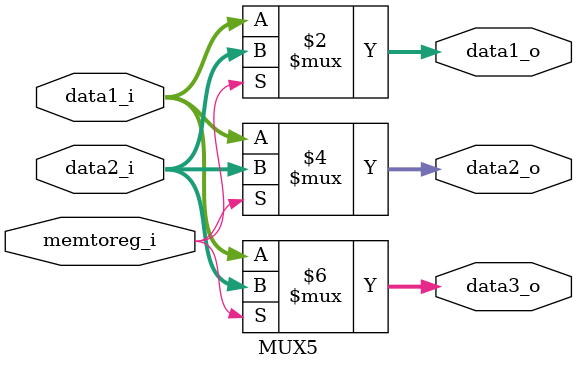
<source format=v>
module MUX5
(
	data1_i,
	data2_i,
	memtoreg_i,
	data1_o,
	data2_o,
	data3_o
);

input [31:0] data1_i, data2_i;
input 	    memtoreg_i;
output [31:0] data1_o, data2_o, data3_o;

assign data1_o = (memtoreg_i == 0)? (data1_i):
				data2_i;
assign data2_o = (memtoreg_i == 0)? (data1_i):
				data2_i;
assign data3_o = (memtoreg_i == 0)? (data1_i):
				data2_i;


endmodule
</source>
